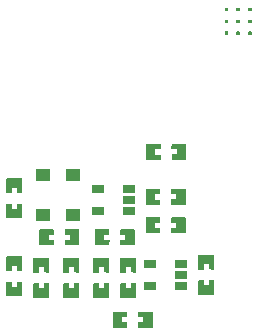
<source format=gbp>
G04 Layer: BottomPasteMaskLayer*
G04 EasyEDA v6.5.51, 2025-09-17 03:18:51*
G04 4aee9cc30035422d88a860af958d7afb,d57bd40a603b42be9e37e0d49851eb9c,10*
G04 Gerber Generator version 0.2*
G04 Scale: 100 percent, Rotated: No, Reflected: No *
G04 Dimensions in inches *
G04 leading zeros omitted , absolute positions ,3 integer and 6 decimal *
%FSLAX36Y36*%
%MOIN*%

%AMMACRO1*21,1,$1,$2,0,0,$3*%
%ADD10MACRO1,0.0374X0.0453X90.0000*%
%ADD11MACRO1,0.0374X0.0453X-90.0000*%
%ADD12MACRO1,0.0433X0.0236X0.0000*%
%ADD13C,0.0121*%

%LPD*%
G36*
X1291100Y-1463700D02*
G01*
X1290740Y-1463760D01*
X1290420Y-1463920D01*
X1290180Y-1464160D01*
X1290020Y-1464480D01*
X1289960Y-1464840D01*
X1289960Y-1473899D01*
X1290020Y-1474259D01*
X1290180Y-1474580D01*
X1290420Y-1474820D01*
X1290740Y-1474980D01*
X1291100Y-1475040D01*
X1300160Y-1475040D01*
X1300520Y-1474980D01*
X1300840Y-1474820D01*
X1301080Y-1474580D01*
X1301240Y-1474259D01*
X1301300Y-1473899D01*
X1301300Y-1464840D01*
X1301240Y-1464480D01*
X1301080Y-1464160D01*
X1300840Y-1463920D01*
X1300520Y-1463760D01*
X1300160Y-1463700D01*
G37*
G36*
X1330460Y-1463700D02*
G01*
X1330120Y-1463760D01*
X1329540Y-1464160D01*
X1329379Y-1464480D01*
X1329379Y-1474259D01*
X1329540Y-1474580D01*
X1330120Y-1474980D01*
X1330460Y-1475040D01*
X1339540Y-1475040D01*
X1339880Y-1474980D01*
X1340460Y-1474580D01*
X1340620Y-1474259D01*
X1340620Y-1464480D01*
X1340460Y-1464160D01*
X1339880Y-1463760D01*
X1339540Y-1463700D01*
G37*
G36*
X1369840Y-1463700D02*
G01*
X1369480Y-1463760D01*
X1369160Y-1463920D01*
X1368920Y-1464160D01*
X1368760Y-1464480D01*
X1368700Y-1464840D01*
X1368700Y-1473899D01*
X1368760Y-1474259D01*
X1368920Y-1474580D01*
X1369160Y-1474820D01*
X1369480Y-1474980D01*
X1369840Y-1475040D01*
X1378899Y-1475040D01*
X1379259Y-1474980D01*
X1379580Y-1474820D01*
X1379820Y-1474580D01*
X1379980Y-1474259D01*
X1380040Y-1473899D01*
X1380040Y-1464840D01*
X1379980Y-1464480D01*
X1379820Y-1464160D01*
X1379580Y-1463920D01*
X1379259Y-1463760D01*
X1378899Y-1463700D01*
G37*
G36*
X1291100Y-1424340D02*
G01*
X1290740Y-1424379D01*
X1290420Y-1424540D01*
X1290020Y-1425120D01*
X1289960Y-1425460D01*
X1289960Y-1434540D01*
X1290020Y-1434880D01*
X1290420Y-1435460D01*
X1290740Y-1435620D01*
X1300520Y-1435620D01*
X1300840Y-1435460D01*
X1301240Y-1434880D01*
X1301300Y-1434540D01*
X1301300Y-1425460D01*
X1301240Y-1425120D01*
X1300840Y-1424540D01*
X1300520Y-1424379D01*
G37*
G36*
X1330460Y-1424340D02*
G01*
X1330120Y-1424379D01*
X1329800Y-1424540D01*
X1329540Y-1424800D01*
X1329379Y-1425120D01*
X1329379Y-1434880D01*
X1329540Y-1435200D01*
X1329800Y-1435460D01*
X1330120Y-1435620D01*
X1339880Y-1435620D01*
X1340200Y-1435460D01*
X1340460Y-1435200D01*
X1340620Y-1434880D01*
X1340620Y-1425120D01*
X1340460Y-1424800D01*
X1340200Y-1424540D01*
X1339880Y-1424379D01*
G37*
G36*
X1369840Y-1424340D02*
G01*
X1369480Y-1424379D01*
X1369160Y-1424540D01*
X1368760Y-1425120D01*
X1368700Y-1425460D01*
X1368700Y-1434540D01*
X1368760Y-1434880D01*
X1369160Y-1435460D01*
X1369480Y-1435620D01*
X1379259Y-1435620D01*
X1379580Y-1435460D01*
X1379980Y-1434880D01*
X1380040Y-1434540D01*
X1380040Y-1425460D01*
X1379980Y-1425120D01*
X1379580Y-1424540D01*
X1379259Y-1424379D01*
G37*
G36*
X1291100Y-1384960D02*
G01*
X1290740Y-1385020D01*
X1290420Y-1385180D01*
X1290180Y-1385420D01*
X1290020Y-1385740D01*
X1289960Y-1386100D01*
X1289960Y-1395160D01*
X1290020Y-1395520D01*
X1290180Y-1395840D01*
X1290420Y-1396080D01*
X1290740Y-1396240D01*
X1291100Y-1396300D01*
X1300160Y-1396300D01*
X1300520Y-1396240D01*
X1300840Y-1396080D01*
X1301080Y-1395840D01*
X1301240Y-1395520D01*
X1301300Y-1395160D01*
X1301300Y-1386100D01*
X1301240Y-1385740D01*
X1301080Y-1385420D01*
X1300840Y-1385180D01*
X1300520Y-1385020D01*
X1300160Y-1384960D01*
G37*
G36*
X1330460Y-1384960D02*
G01*
X1330120Y-1385020D01*
X1329540Y-1385420D01*
X1329379Y-1385740D01*
X1329379Y-1395520D01*
X1329540Y-1395840D01*
X1330120Y-1396240D01*
X1330460Y-1396300D01*
X1339540Y-1396300D01*
X1339880Y-1396240D01*
X1340460Y-1395840D01*
X1340620Y-1395520D01*
X1340620Y-1385740D01*
X1340460Y-1385420D01*
X1339880Y-1385020D01*
X1339540Y-1384960D01*
G37*
G36*
X1369840Y-1384960D02*
G01*
X1369480Y-1385020D01*
X1369160Y-1385180D01*
X1368920Y-1385420D01*
X1368760Y-1385740D01*
X1368700Y-1386100D01*
X1368700Y-1395160D01*
X1368760Y-1395520D01*
X1368920Y-1395840D01*
X1369160Y-1396080D01*
X1369480Y-1396240D01*
X1369840Y-1396300D01*
X1378899Y-1396300D01*
X1379259Y-1396240D01*
X1379580Y-1396080D01*
X1379820Y-1395840D01*
X1379980Y-1395520D01*
X1380040Y-1395160D01*
X1380040Y-1386100D01*
X1379980Y-1385740D01*
X1379820Y-1385420D01*
X1379580Y-1385180D01*
X1379259Y-1385020D01*
X1378899Y-1384960D01*
G37*
G36*
X597940Y-2037580D02*
G01*
X597940Y-2055280D01*
X580240Y-2055280D01*
X580240Y-2037960D01*
X563700Y-2037760D01*
X561720Y-2039740D01*
X561720Y-2085020D01*
X563700Y-2086980D01*
X614100Y-2086980D01*
X616060Y-2085020D01*
X616060Y-2039740D01*
X614100Y-2037760D01*
G37*
G36*
X563700Y-1952740D02*
G01*
X561720Y-1954700D01*
X561720Y-1999980D01*
X563700Y-2001940D01*
X579840Y-2002140D01*
X579840Y-1984420D01*
X597560Y-1984420D01*
X597560Y-2001740D01*
X614100Y-2001940D01*
X616060Y-1999980D01*
X616060Y-1954700D01*
X614100Y-1952740D01*
G37*
G36*
X597940Y-2297580D02*
G01*
X597940Y-2315280D01*
X580240Y-2315280D01*
X580240Y-2297960D01*
X563700Y-2297760D01*
X561720Y-2299740D01*
X561720Y-2345020D01*
X563700Y-2346980D01*
X614100Y-2346980D01*
X616060Y-2345020D01*
X616060Y-2299740D01*
X614100Y-2297760D01*
G37*
G36*
X563700Y-2212740D02*
G01*
X561720Y-2214700D01*
X561720Y-2259980D01*
X563700Y-2261940D01*
X579840Y-2262140D01*
X579840Y-2244420D01*
X597560Y-2244420D01*
X597560Y-2261740D01*
X614100Y-2261940D01*
X616060Y-2259980D01*
X616060Y-2214700D01*
X614100Y-2212740D01*
G37*
G36*
X1113780Y-1987700D02*
G01*
X1111800Y-1989660D01*
X1111600Y-2005800D01*
X1129320Y-2005800D01*
X1129320Y-2023520D01*
X1112000Y-2023520D01*
X1111800Y-2040060D01*
X1113780Y-2042020D01*
X1159040Y-2042020D01*
X1161020Y-2040060D01*
X1161020Y-1989660D01*
X1159040Y-1987700D01*
G37*
G36*
X1028740Y-1987680D02*
G01*
X1026760Y-1989660D01*
X1026760Y-2040060D01*
X1028740Y-2042020D01*
X1074020Y-2042020D01*
X1075980Y-2040060D01*
X1076180Y-2023899D01*
X1058460Y-2023899D01*
X1058460Y-2006200D01*
X1075780Y-2006200D01*
X1075980Y-1989660D01*
X1074020Y-1987680D01*
G37*
G36*
X1114880Y-1837840D02*
G01*
X1112920Y-1839800D01*
X1112720Y-1855940D01*
X1130440Y-1855940D01*
X1130440Y-1873660D01*
X1113100Y-1873660D01*
X1112920Y-1890200D01*
X1114880Y-1892160D01*
X1160160Y-1892160D01*
X1162120Y-1890200D01*
X1162120Y-1839800D01*
X1160160Y-1837840D01*
G37*
G36*
X1029840Y-1837840D02*
G01*
X1027880Y-1839800D01*
X1027880Y-1890200D01*
X1029840Y-1892160D01*
X1075120Y-1892160D01*
X1077080Y-1890200D01*
X1077280Y-1874060D01*
X1059560Y-1874060D01*
X1059560Y-1856339D01*
X1076900Y-1856339D01*
X1077080Y-1839800D01*
X1075120Y-1837840D01*
G37*
G36*
X1113780Y-2082700D02*
G01*
X1111800Y-2084660D01*
X1111600Y-2100800D01*
X1129320Y-2100800D01*
X1129320Y-2118520D01*
X1112000Y-2118520D01*
X1111800Y-2135060D01*
X1113780Y-2137020D01*
X1159040Y-2137020D01*
X1161020Y-2135060D01*
X1161020Y-2084660D01*
X1159040Y-2082700D01*
G37*
G36*
X1028740Y-2082680D02*
G01*
X1026760Y-2084660D01*
X1026760Y-2135060D01*
X1028740Y-2137020D01*
X1074020Y-2137020D01*
X1075980Y-2135060D01*
X1076180Y-2118900D01*
X1058460Y-2118900D01*
X1058460Y-2101200D01*
X1075780Y-2101200D01*
X1075980Y-2084660D01*
X1074020Y-2082680D01*
G37*
G36*
X853700Y-2217920D02*
G01*
X851720Y-2219900D01*
X851720Y-2265180D01*
X853700Y-2267140D01*
X869840Y-2267340D01*
X869840Y-2249620D01*
X887560Y-2249620D01*
X887560Y-2266940D01*
X904100Y-2267140D01*
X906060Y-2265180D01*
X906060Y-2219900D01*
X904100Y-2217920D01*
G37*
G36*
X853700Y-2302580D02*
G01*
X851720Y-2304540D01*
X851720Y-2349820D01*
X853700Y-2351780D01*
X904100Y-2351780D01*
X906060Y-2349820D01*
X906060Y-2304540D01*
X904100Y-2302580D01*
X887560Y-2302580D01*
X887560Y-2320100D01*
X869840Y-2320100D01*
X869840Y-2302780D01*
G37*
G36*
X1203700Y-2207920D02*
G01*
X1201720Y-2209900D01*
X1201720Y-2255180D01*
X1203700Y-2257140D01*
X1219840Y-2257340D01*
X1219840Y-2239620D01*
X1237560Y-2239620D01*
X1237560Y-2256940D01*
X1254100Y-2257140D01*
X1256060Y-2255180D01*
X1256060Y-2209900D01*
X1254100Y-2207920D01*
G37*
G36*
X1203700Y-2292580D02*
G01*
X1201720Y-2294540D01*
X1201720Y-2339820D01*
X1203700Y-2341780D01*
X1254100Y-2341780D01*
X1256060Y-2339820D01*
X1256060Y-2294540D01*
X1254100Y-2292580D01*
X1237560Y-2292580D01*
X1237560Y-2310100D01*
X1219840Y-2310100D01*
X1219840Y-2292780D01*
G37*
G36*
X977940Y-2302380D02*
G01*
X977940Y-2320100D01*
X960240Y-2320100D01*
X960240Y-2302760D01*
X943700Y-2302580D01*
X941720Y-2304540D01*
X941720Y-2349820D01*
X943700Y-2351780D01*
X994080Y-2351780D01*
X996060Y-2349820D01*
X996060Y-2304540D01*
X994080Y-2302580D01*
G37*
G36*
X943700Y-2217920D02*
G01*
X941720Y-2219900D01*
X941720Y-2265180D01*
X943700Y-2267140D01*
X960240Y-2267140D01*
X960240Y-2249620D01*
X977940Y-2249620D01*
X977940Y-2266940D01*
X994080Y-2267140D01*
X996060Y-2265180D01*
X996060Y-2219900D01*
X994080Y-2217920D01*
G37*
G36*
X787940Y-2302380D02*
G01*
X787940Y-2320100D01*
X770240Y-2320100D01*
X770240Y-2302760D01*
X753700Y-2302580D01*
X751720Y-2304540D01*
X751720Y-2349820D01*
X753700Y-2351780D01*
X804080Y-2351780D01*
X806060Y-2349820D01*
X806060Y-2304540D01*
X804080Y-2302580D01*
G37*
G36*
X753700Y-2217920D02*
G01*
X751720Y-2219900D01*
X751720Y-2265180D01*
X753700Y-2267140D01*
X770240Y-2267140D01*
X770240Y-2249620D01*
X787940Y-2249620D01*
X787940Y-2266940D01*
X804080Y-2267140D01*
X806060Y-2265180D01*
X806060Y-2219900D01*
X804080Y-2217920D01*
G37*
G36*
X687940Y-2302380D02*
G01*
X687940Y-2320100D01*
X670240Y-2320100D01*
X670240Y-2302760D01*
X653700Y-2302580D01*
X651720Y-2304540D01*
X651720Y-2349820D01*
X653700Y-2351780D01*
X704100Y-2351780D01*
X706060Y-2349820D01*
X706060Y-2304540D01*
X704100Y-2302580D01*
G37*
G36*
X653700Y-2217920D02*
G01*
X651720Y-2219900D01*
X651720Y-2265180D01*
X653700Y-2267140D01*
X670240Y-2267140D01*
X670240Y-2249620D01*
X687940Y-2249620D01*
X687940Y-2266940D01*
X704100Y-2267140D01*
X706060Y-2265180D01*
X706060Y-2219900D01*
X704100Y-2217920D01*
G37*
G36*
X1003580Y-2397700D02*
G01*
X1001620Y-2399660D01*
X1001420Y-2415800D01*
X1019120Y-2415800D01*
X1019120Y-2433520D01*
X1001800Y-2433520D01*
X1001620Y-2450060D01*
X1003580Y-2452020D01*
X1048860Y-2452020D01*
X1050820Y-2450060D01*
X1050820Y-2399660D01*
X1048860Y-2397700D01*
G37*
G36*
X918940Y-2397700D02*
G01*
X916960Y-2399660D01*
X916960Y-2450060D01*
X918940Y-2452020D01*
X964200Y-2452020D01*
X966180Y-2450060D01*
X966180Y-2433520D01*
X948660Y-2433520D01*
X948660Y-2415800D01*
X965980Y-2415800D01*
X966180Y-2399660D01*
X964200Y-2397700D01*
G37*
G36*
X858940Y-2122680D02*
G01*
X856960Y-2124660D01*
X856960Y-2175060D01*
X858940Y-2177020D01*
X904200Y-2177020D01*
X906180Y-2175060D01*
X906380Y-2158900D01*
X888660Y-2158900D01*
X888660Y-2141200D01*
X905980Y-2141200D01*
X906180Y-2124660D01*
X904200Y-2122680D01*
G37*
G36*
X943580Y-2122680D02*
G01*
X941620Y-2124660D01*
X941620Y-2141200D01*
X959120Y-2141200D01*
X959120Y-2158900D01*
X941800Y-2158900D01*
X941620Y-2175060D01*
X943580Y-2177020D01*
X988860Y-2177020D01*
X990819Y-2175060D01*
X990819Y-2124660D01*
X988860Y-2122680D01*
G37*
G36*
X673940Y-2122680D02*
G01*
X671960Y-2124660D01*
X671960Y-2175060D01*
X673940Y-2177020D01*
X719200Y-2177020D01*
X721180Y-2175060D01*
X721380Y-2158900D01*
X703660Y-2158900D01*
X703660Y-2141200D01*
X720980Y-2141200D01*
X721180Y-2124660D01*
X719200Y-2122680D01*
G37*
G36*
X758580Y-2122680D02*
G01*
X756620Y-2124660D01*
X756620Y-2141200D01*
X774120Y-2141200D01*
X774120Y-2158900D01*
X756800Y-2158900D01*
X756620Y-2175060D01*
X758580Y-2177020D01*
X803860Y-2177020D01*
X805819Y-2175060D01*
X805819Y-2124660D01*
X803860Y-2122680D01*
G37*
D10*
G01*
X683894Y-1943225D03*
G01*
X683894Y-2076485D03*
D11*
G01*
X783894Y-2076485D03*
G01*
X783894Y-1943225D03*
D12*
G01*
X1042708Y-2237455D03*
G01*
X1042708Y-2312256D03*
G01*
X1145079Y-2312256D03*
G01*
X1145079Y-2274856D03*
G01*
X1145079Y-2237455D03*
G01*
X867708Y-1987455D03*
G01*
X867708Y-2062255D03*
G01*
X970079Y-2062255D03*
G01*
X970079Y-2024856D03*
G01*
X970079Y-1987455D03*
M02*

</source>
